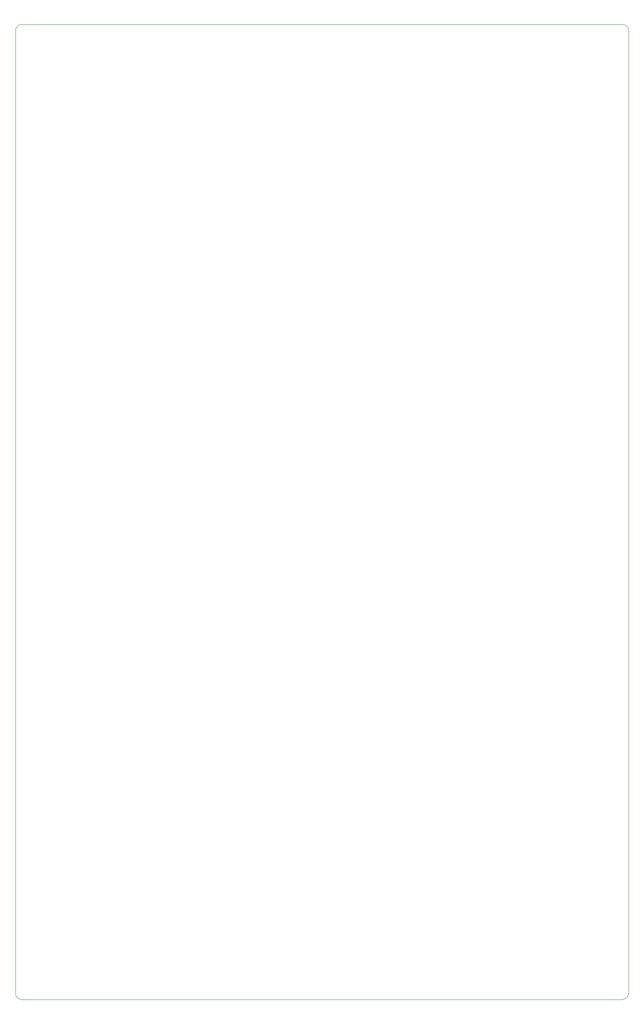
<source format=gm1>
G04 #@! TF.GenerationSoftware,KiCad,Pcbnew,(6.0.7)*
G04 #@! TF.CreationDate,2022-08-11T21:25:13+02:00*
G04 #@! TF.ProjectId,magic_counter,6d616769-635f-4636-9f75-6e7465722e6b,rev?*
G04 #@! TF.SameCoordinates,Original*
G04 #@! TF.FileFunction,Profile,NP*
%FSLAX46Y46*%
G04 Gerber Fmt 4.6, Leading zero omitted, Abs format (unit mm)*
G04 Created by KiCad (PCBNEW (6.0.7)) date 2022-08-11 21:25:13*
%MOMM*%
%LPD*%
G01*
G04 APERTURE LIST*
G04 #@! TA.AperFunction,Profile*
%ADD10C,0.100000*%
G04 #@! TD*
G04 APERTURE END LIST*
D10*
X159087025Y-24915115D02*
G75*
G03*
X157959568Y-23654062I-1194125J66915D01*
G01*
X32825972Y-226042572D02*
X157825972Y-226042572D01*
X32959565Y-23654119D02*
G75*
G03*
X31698515Y-24781519I-66865J-1194181D01*
G01*
X157959568Y-23654062D02*
X32959568Y-23654062D01*
X157825975Y-226042525D02*
G75*
G03*
X159087025Y-224915115I66825J1194225D01*
G01*
X159087025Y-24915115D02*
X159087025Y-224915115D01*
X31698514Y-224781519D02*
G75*
G03*
X32825972Y-226042572I1194386J-66681D01*
G01*
X31698515Y-24781519D02*
X31698515Y-224781519D01*
M02*

</source>
